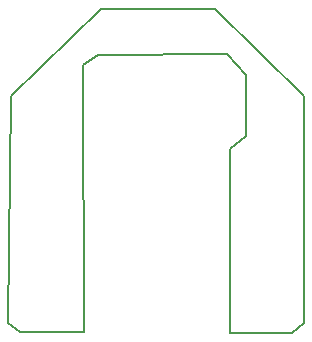
<source format=gbp>
G04 #@! TF.GenerationSoftware,KiCad,Pcbnew,7.99.0-unknown-4c4bbdc8f3~172~ubuntu22.04.1*
G04 #@! TF.CreationDate,2023-08-08T20:27:13+09:00*
G04 #@! TF.ProjectId,bGeigieCast V1.6.0(StampS3),62476569-6769-4654-9361-73742056312e,rev?*
G04 #@! TF.SameCoordinates,Original*
G04 #@! TF.FileFunction,Paste,Bot*
G04 #@! TF.FilePolarity,Positive*
%FSLAX46Y46*%
G04 Gerber Fmt 4.6, Leading zero omitted, Abs format (unit mm)*
G04 Created by KiCad (PCBNEW 7.99.0-unknown-4c4bbdc8f3~172~ubuntu22.04.1) date 2023-08-08 20:27:13*
%MOMM*%
%LPD*%
G01*
G04 APERTURE LIST*
G04 #@! TA.AperFunction,Profile*
%ADD10C,0.150000*%
G04 #@! TD*
G04 APERTURE END LIST*
D10*
X135836040Y-117988000D02*
X136850000Y-118750000D01*
X136050000Y-98750000D02*
X135836040Y-117988000D01*
X142273000Y-118741000D02*
X136850000Y-118750000D01*
X159832000Y-118816000D02*
X154593020Y-118816000D01*
X160850000Y-117950000D02*
X160866000Y-98766000D01*
X143670000Y-91384000D02*
X136050000Y-98750000D01*
X160850000Y-117950000D02*
X159832000Y-118816000D01*
X142185490Y-96164000D02*
X142273000Y-118741000D01*
X155969255Y-102138500D02*
X154592000Y-103235500D01*
X154338000Y-95194000D02*
X155989000Y-96972000D01*
X154592000Y-103235500D02*
X154593020Y-118816000D01*
X153322000Y-91384000D02*
X143670000Y-91384000D01*
X143416000Y-95240000D02*
X142185490Y-96164000D01*
X154338000Y-95194000D02*
X143416000Y-95240000D01*
X155989000Y-96972000D02*
X155969255Y-102138500D01*
X153322000Y-91384000D02*
X160866000Y-98766000D01*
M02*

</source>
